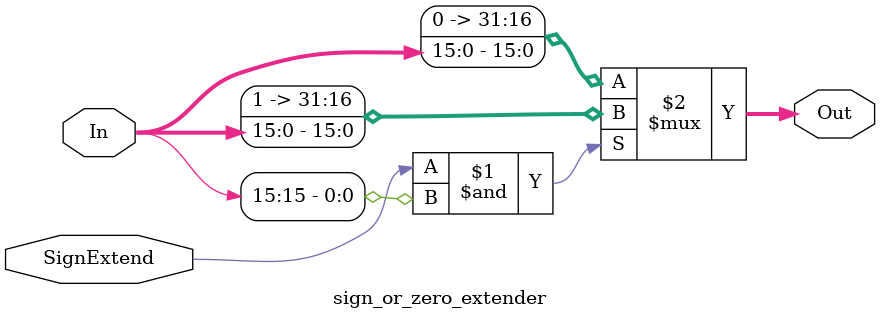
<source format=sv>
module sign_or_zero_extender (
  input  logic [15:0] In,
  input  logic        SignExtend,
  output logic [31:0] Out
);
  assign Out = (SignExtend & In[15]) ? {16'hFFFF, In} : {16'h0000, In};
endmodule

</source>
